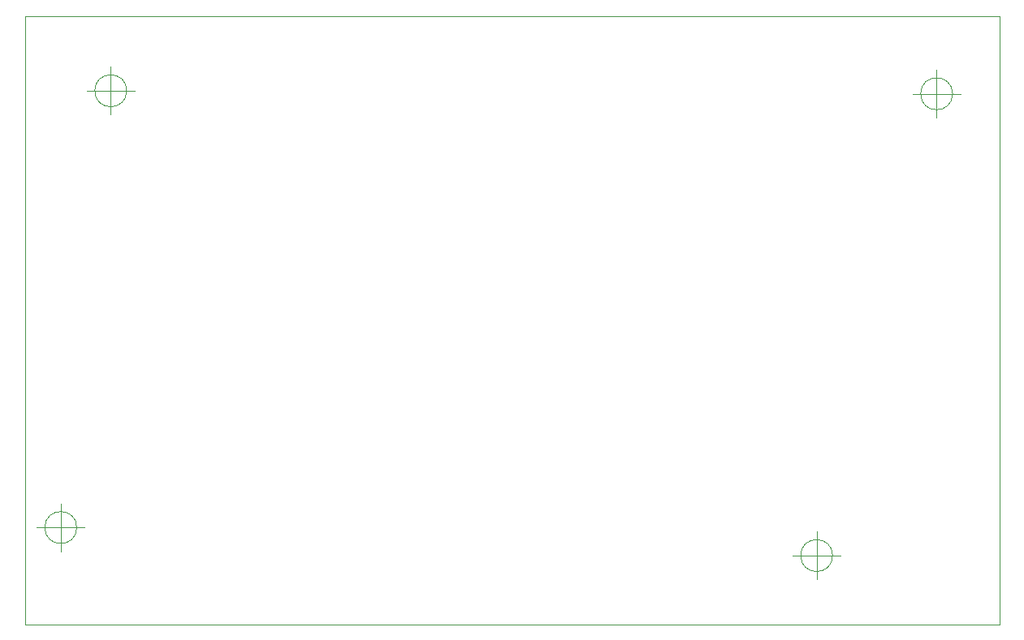
<source format=gbr>
G04 #@! TF.GenerationSoftware,KiCad,Pcbnew,(5.1.9)-1*
G04 #@! TF.CreationDate,2021-06-15T15:58:53-04:00*
G04 #@! TF.ProjectId,SuperVIC-STM32,53757065-7256-4494-932d-53544d33322e,rev?*
G04 #@! TF.SameCoordinates,Original*
G04 #@! TF.FileFunction,Profile,NP*
%FSLAX46Y46*%
G04 Gerber Fmt 4.6, Leading zero omitted, Abs format (unit mm)*
G04 Created by KiCad (PCBNEW (5.1.9)-1) date 2021-06-15 15:58:53*
%MOMM*%
%LPD*%
G01*
G04 APERTURE LIST*
G04 #@! TA.AperFunction,Profile*
%ADD10C,0.100000*%
G04 #@! TD*
G04 APERTURE END LIST*
D10*
X224996166Y-98298000D02*
G75*
G03*
X224996166Y-98298000I-1666666J0D01*
G01*
X220829500Y-98298000D02*
X225829500Y-98298000D01*
X223329500Y-95798000D02*
X223329500Y-100798000D01*
X212486666Y-146494500D02*
G75*
G03*
X212486666Y-146494500I-1666666J0D01*
G01*
X208320000Y-146494500D02*
X213320000Y-146494500D01*
X210820000Y-143994500D02*
X210820000Y-148994500D01*
X133683166Y-143573500D02*
G75*
G03*
X133683166Y-143573500I-1666666J0D01*
G01*
X129516500Y-143573500D02*
X134516500Y-143573500D01*
X132016500Y-141073500D02*
X132016500Y-146073500D01*
X138890166Y-97980500D02*
G75*
G03*
X138890166Y-97980500I-1666666J0D01*
G01*
X134723500Y-97980500D02*
X139723500Y-97980500D01*
X137223500Y-95480500D02*
X137223500Y-100480500D01*
X128270000Y-153670000D02*
X128270000Y-90170000D01*
X229870000Y-153670000D02*
X128270000Y-153670000D01*
X229870000Y-90170000D02*
X229870000Y-153670000D01*
X128270000Y-90170000D02*
X229870000Y-90170000D01*
M02*

</source>
